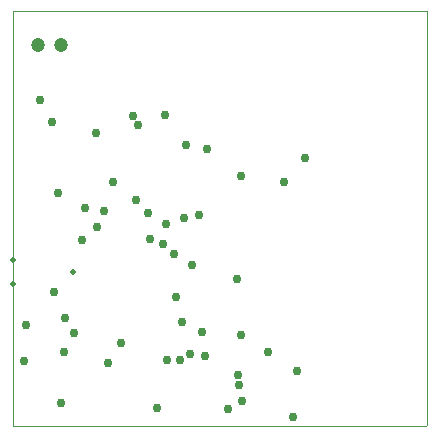
<source format=gbs>
G04 Layer_Color=8150272*
%FSLAX43Y43*%
%MOMM*%
G71*
G01*
G75*
%ADD67C,0.100*%
%ADD69C,0.500*%
%ADD123C,1.203*%
%ADD124C,0.753*%
D67*
X71527Y31575D02*
X71575Y31623D01*
X36575Y66725D02*
X71600D01*
X36576Y31623D02*
Y66725D01*
X36576Y31575D02*
X71527D01*
X71600Y31623D02*
Y66725D01*
D69*
X36576Y43561D02*
D03*
Y45593D02*
D03*
X41656Y44577D02*
D03*
D123*
X40633Y63805D02*
D03*
X38633D02*
D03*
D124*
X46678Y57853D02*
D03*
X48725Y33075D02*
D03*
X55875Y39250D02*
D03*
X50317Y42520D02*
D03*
X61225Y54300D02*
D03*
X47950Y49600D02*
D03*
X46925Y50700D02*
D03*
X45025Y52225D02*
D03*
X55825Y52700D02*
D03*
X49225Y47000D02*
D03*
X54725Y33000D02*
D03*
X55925Y33675D02*
D03*
X55700Y35075D02*
D03*
X51550Y37650D02*
D03*
X50674Y37160D02*
D03*
X52807Y37541D02*
D03*
X42367Y47342D02*
D03*
X44600Y36875D02*
D03*
X48133Y47422D02*
D03*
X47117Y57023D02*
D03*
X52959Y54991D02*
D03*
X52324Y49403D02*
D03*
X43688Y48387D02*
D03*
X50165Y46101D02*
D03*
X51054Y49149D02*
D03*
X40386Y51308D02*
D03*
X49530Y48641D02*
D03*
X40894Y37846D02*
D03*
X49403Y57912D02*
D03*
X38862Y59182D02*
D03*
X39878Y57277D02*
D03*
X43561Y56388D02*
D03*
X40640Y33528D02*
D03*
X40005Y42926D02*
D03*
X37440Y37084D02*
D03*
X40919Y40742D02*
D03*
X49581Y37160D02*
D03*
X45695Y38608D02*
D03*
X42650Y50000D02*
D03*
X44275Y49750D02*
D03*
X59487Y52273D02*
D03*
X60249Y32334D02*
D03*
X41681Y39421D02*
D03*
X52578Y39548D02*
D03*
X60630Y36246D02*
D03*
X55575Y35865D02*
D03*
X50825Y40386D02*
D03*
X51740Y45212D02*
D03*
X58141Y37821D02*
D03*
X37643Y40132D02*
D03*
X55475Y44050D02*
D03*
X51153Y55372D02*
D03*
M02*

</source>
